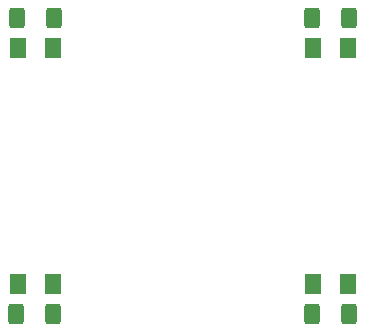
<source format=gbr>
%TF.GenerationSoftware,KiCad,Pcbnew,8.0.5*%
%TF.CreationDate,2024-10-14T18:41:00+02:00*%
%TF.ProjectId,pcb,7063622e-6b69-4636-9164-5f7063625858,rev?*%
%TF.SameCoordinates,Original*%
%TF.FileFunction,Paste,Top*%
%TF.FilePolarity,Positive*%
%FSLAX46Y46*%
G04 Gerber Fmt 4.6, Leading zero omitted, Abs format (unit mm)*
G04 Created by KiCad (PCBNEW 8.0.5) date 2024-10-14 18:41:00*
%MOMM*%
%LPD*%
G01*
G04 APERTURE LIST*
G04 Aperture macros list*
%AMRoundRect*
0 Rectangle with rounded corners*
0 $1 Rounding radius*
0 $2 $3 $4 $5 $6 $7 $8 $9 X,Y pos of 4 corners*
0 Add a 4 corners polygon primitive as box body*
4,1,4,$2,$3,$4,$5,$6,$7,$8,$9,$2,$3,0*
0 Add four circle primitives for the rounded corners*
1,1,$1+$1,$2,$3*
1,1,$1+$1,$4,$5*
1,1,$1+$1,$6,$7*
1,1,$1+$1,$8,$9*
0 Add four rect primitives between the rounded corners*
20,1,$1+$1,$2,$3,$4,$5,0*
20,1,$1+$1,$4,$5,$6,$7,0*
20,1,$1+$1,$6,$7,$8,$9,0*
20,1,$1+$1,$8,$9,$2,$3,0*%
G04 Aperture macros list end*
%ADD10RoundRect,0.250001X-0.462499X-0.624999X0.462499X-0.624999X0.462499X0.624999X-0.462499X0.624999X0*%
%ADD11RoundRect,0.250000X-0.400000X-0.625000X0.400000X-0.625000X0.400000X0.625000X-0.400000X0.625000X0*%
G04 APERTURE END LIST*
D10*
%TO.C,BL1*%
X136012500Y-60000000D03*
X138987500Y-60000000D03*
%TD*%
D11*
%TO.C,R4*%
X160937500Y-62500000D03*
X164037500Y-62500000D03*
%TD*%
D10*
%TO.C,BR1*%
X161000000Y-60000000D03*
X163975000Y-60000000D03*
%TD*%
D11*
%TO.C,R1*%
X135987500Y-37500000D03*
X139087500Y-37500000D03*
%TD*%
D10*
%TO.C,TR1*%
X161012500Y-40000000D03*
X163987500Y-40000000D03*
%TD*%
D11*
%TO.C,R3*%
X135900000Y-62500000D03*
X139000000Y-62500000D03*
%TD*%
D10*
%TO.C,TL1*%
X136050000Y-40000000D03*
X139025000Y-40000000D03*
%TD*%
D11*
%TO.C,R2*%
X160950000Y-37500000D03*
X164050000Y-37500000D03*
%TD*%
M02*

</source>
